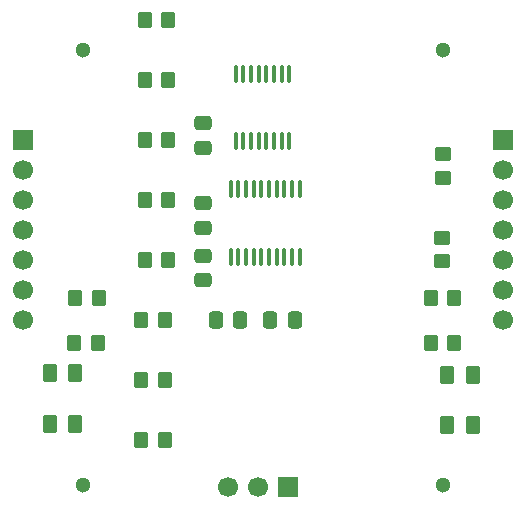
<source format=gbs>
%TF.GenerationSoftware,KiCad,Pcbnew,9.0.3*%
%TF.CreationDate,2025-10-16T19:58:59+02:00*%
%TF.ProjectId,ledkiv3,6c65646b-6976-4332-9e6b-696361645f70,rev?*%
%TF.SameCoordinates,Original*%
%TF.FileFunction,Soldermask,Bot*%
%TF.FilePolarity,Negative*%
%FSLAX46Y46*%
G04 Gerber Fmt 4.6, Leading zero omitted, Abs format (unit mm)*
G04 Created by KiCad (PCBNEW 9.0.3) date 2025-10-16 19:58:59*
%MOMM*%
%LPD*%
G01*
G04 APERTURE LIST*
G04 Aperture macros list*
%AMRoundRect*
0 Rectangle with rounded corners*
0 $1 Rounding radius*
0 $2 $3 $4 $5 $6 $7 $8 $9 X,Y pos of 4 corners*
0 Add a 4 corners polygon primitive as box body*
4,1,4,$2,$3,$4,$5,$6,$7,$8,$9,$2,$3,0*
0 Add four circle primitives for the rounded corners*
1,1,$1+$1,$2,$3*
1,1,$1+$1,$4,$5*
1,1,$1+$1,$6,$7*
1,1,$1+$1,$8,$9*
0 Add four rect primitives between the rounded corners*
20,1,$1+$1,$2,$3,$4,$5,0*
20,1,$1+$1,$4,$5,$6,$7,0*
20,1,$1+$1,$6,$7,$8,$9,0*
20,1,$1+$1,$8,$9,$2,$3,0*%
G04 Aperture macros list end*
%ADD10R,1.700000X1.700000*%
%ADD11C,1.700000*%
%ADD12RoundRect,0.250000X0.475000X-0.337500X0.475000X0.337500X-0.475000X0.337500X-0.475000X-0.337500X0*%
%ADD13RoundRect,0.250000X-0.350000X-0.450000X0.350000X-0.450000X0.350000X0.450000X-0.350000X0.450000X0*%
%ADD14C,1.300000*%
%ADD15RoundRect,0.250000X-0.450000X0.350000X-0.450000X-0.350000X0.450000X-0.350000X0.450000X0.350000X0*%
%ADD16RoundRect,0.250000X-0.337500X-0.475000X0.337500X-0.475000X0.337500X0.475000X-0.337500X0.475000X0*%
%ADD17RoundRect,0.250000X0.350000X0.450000X-0.350000X0.450000X-0.350000X-0.450000X0.350000X-0.450000X0*%
%ADD18RoundRect,0.100000X0.100000X-0.637500X0.100000X0.637500X-0.100000X0.637500X-0.100000X-0.637500X0*%
%ADD19RoundRect,0.180000X0.420000X0.570000X-0.420000X0.570000X-0.420000X-0.570000X0.420000X-0.570000X0*%
%ADD20RoundRect,0.250000X0.337500X0.475000X-0.337500X0.475000X-0.337500X-0.475000X0.337500X-0.475000X0*%
%ADD21RoundRect,0.250000X0.450000X-0.350000X0.450000X0.350000X-0.450000X0.350000X-0.450000X-0.350000X0*%
%ADD22RoundRect,0.250000X-0.475000X0.337500X-0.475000X-0.337500X0.475000X-0.337500X0.475000X0.337500X0*%
G04 APERTURE END LIST*
D10*
%TO.C,J3*%
X29836000Y-71166000D03*
D11*
X29836000Y-73706000D03*
X29836000Y-76246000D03*
X29836000Y-78786000D03*
X29836000Y-81326000D03*
X29836000Y-83866000D03*
X29836000Y-86406000D03*
%TD*%
D10*
%TO.C,J1*%
X70476000Y-71166000D03*
D11*
X70476000Y-73706000D03*
X70476000Y-76246000D03*
X70476000Y-78786000D03*
X70476000Y-81326000D03*
X70476000Y-83866000D03*
X70476000Y-86406000D03*
%TD*%
D12*
%TO.C,C3*%
X45076000Y-76478500D03*
X45076000Y-78553500D03*
%TD*%
D13*
%TO.C,R3*%
X41901000Y-86406000D03*
X39901000Y-86406000D03*
%TD*%
D10*
%TO.C,J2*%
X52315000Y-100503000D03*
D11*
X49775000Y-100503000D03*
X47235000Y-100503000D03*
%TD*%
D14*
%TO.C,*%
X34916000Y-63546000D03*
%TD*%
%TO.C,*%
X65396000Y-100376000D03*
%TD*%
%TO.C,*%
X65396000Y-63546000D03*
%TD*%
%TO.C,*%
X34916000Y-100376000D03*
%TD*%
D15*
%TO.C,R12*%
X65396000Y-72341000D03*
X65396000Y-74341000D03*
%TD*%
D13*
%TO.C,R9*%
X34186000Y-88311000D03*
X36186000Y-88311000D03*
%TD*%
D12*
%TO.C,C4*%
X45076000Y-80923500D03*
X45076000Y-82998500D03*
%TD*%
D13*
%TO.C,R1*%
X39901000Y-96566000D03*
X41901000Y-96566000D03*
%TD*%
D16*
%TO.C,C5*%
X50791000Y-86406000D03*
X52866000Y-86406000D03*
%TD*%
D17*
%TO.C,R10*%
X36281000Y-84501000D03*
X34281000Y-84501000D03*
%TD*%
D18*
%TO.C,U1*%
X53304400Y-81005800D03*
X52654400Y-81005800D03*
X52004400Y-81005800D03*
X51354400Y-81005800D03*
X50704400Y-81005800D03*
X50054400Y-81005800D03*
X49404400Y-81005800D03*
X48754400Y-81005800D03*
X48104400Y-81005800D03*
X47454400Y-81005800D03*
X47454400Y-75280800D03*
X48104400Y-75280800D03*
X48754400Y-75280800D03*
X49404400Y-75280800D03*
X50054400Y-75280800D03*
X50704400Y-75280800D03*
X51354400Y-75280800D03*
X52004400Y-75280800D03*
X52654400Y-75280800D03*
X53304400Y-75280800D03*
%TD*%
D19*
%TO.C,SW2*%
X65776000Y-90996000D03*
X65786000Y-95296000D03*
X67936000Y-90996000D03*
X67936000Y-95296000D03*
%TD*%
%TO.C,SW1*%
X32121000Y-90851000D03*
X32131000Y-95151000D03*
X34281000Y-90851000D03*
X34281000Y-95151000D03*
%TD*%
D13*
%TO.C,R8*%
X40171000Y-61006000D03*
X42171000Y-61006000D03*
%TD*%
D20*
%TO.C,C2*%
X48251000Y-86406000D03*
X46176000Y-86406000D03*
%TD*%
D13*
%TO.C,R6*%
X40171000Y-71166000D03*
X42171000Y-71166000D03*
%TD*%
D21*
%TO.C,R11*%
X65345200Y-81421000D03*
X65345200Y-79421000D03*
%TD*%
D13*
%TO.C,R7*%
X40171000Y-66086000D03*
X42171000Y-66086000D03*
%TD*%
D18*
%TO.C,U2*%
X52431000Y-71234500D03*
X51781000Y-71234500D03*
X51131000Y-71234500D03*
X50481000Y-71234500D03*
X49831000Y-71234500D03*
X49181000Y-71234500D03*
X48531000Y-71234500D03*
X47881000Y-71234500D03*
X47881000Y-65509500D03*
X48531000Y-65509500D03*
X49181000Y-65509500D03*
X49831000Y-65509500D03*
X50481000Y-65509500D03*
X51131000Y-65509500D03*
X51781000Y-65509500D03*
X52431000Y-65509500D03*
%TD*%
D13*
%TO.C,R5*%
X40171000Y-76246000D03*
X42171000Y-76246000D03*
%TD*%
%TO.C,R4*%
X40171000Y-81326000D03*
X42171000Y-81326000D03*
%TD*%
D22*
%TO.C,C1*%
X45076000Y-69726000D03*
X45076000Y-71801000D03*
%TD*%
D17*
%TO.C,R14*%
X66396000Y-88311000D03*
X64396000Y-88311000D03*
%TD*%
D13*
%TO.C,R13*%
X64396000Y-84501000D03*
X66396000Y-84501000D03*
%TD*%
%TO.C,R2*%
X39901000Y-91486000D03*
X41901000Y-91486000D03*
%TD*%
M02*

</source>
